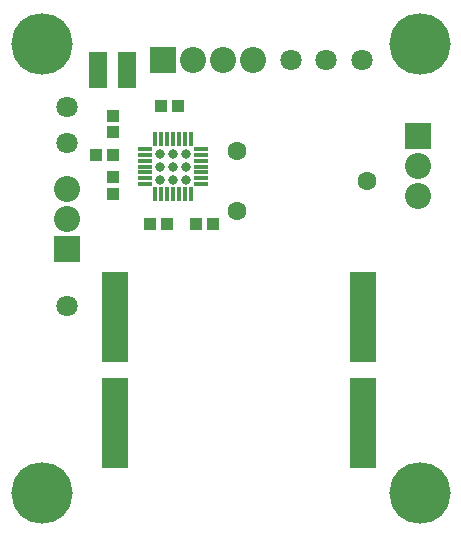
<source format=gts>
G04 Layer_Color=8388736*
%FSLAX44Y44*%
%MOMM*%
G71*
G01*
G75*
%ADD34R,2.2032X7.6032*%
%ADD35R,1.0532X1.0532*%
%ADD36R,1.0532X1.0532*%
%ADD37R,1.2032X0.4532*%
%ADD38R,0.4532X1.2032*%
%ADD39R,1.5500X3.1500*%
%ADD40C,5.2032*%
%ADD41C,1.8032*%
%ADD42C,1.6032*%
%ADD43C,2.2032*%
%ADD44R,2.2032X2.2032*%
%ADD45R,2.2032X2.2032*%
%ADD46C,0.8032*%
D34*
X102000Y99000D02*
D03*
X312000D02*
D03*
X102000Y188750D02*
D03*
X312000D02*
D03*
D35*
X132000Y267000D02*
D03*
X146000D02*
D03*
X185000D02*
D03*
X171000D02*
D03*
X141000Y367250D02*
D03*
X155000D02*
D03*
X100001Y326001D02*
D03*
X86001D02*
D03*
D36*
X100000Y293000D02*
D03*
Y307000D02*
D03*
Y359000D02*
D03*
Y345000D02*
D03*
D37*
X127500Y331000D02*
D03*
Y326000D02*
D03*
Y321000D02*
D03*
Y316000D02*
D03*
Y311000D02*
D03*
Y306000D02*
D03*
Y301000D02*
D03*
X174500D02*
D03*
Y306000D02*
D03*
Y311000D02*
D03*
Y316000D02*
D03*
Y321000D02*
D03*
Y326000D02*
D03*
Y331000D02*
D03*
D38*
X136000Y292500D02*
D03*
X141000D02*
D03*
X146000D02*
D03*
X151000D02*
D03*
X156000D02*
D03*
X161000D02*
D03*
X166000D02*
D03*
Y339500D02*
D03*
X161000D02*
D03*
X156000D02*
D03*
X151000D02*
D03*
X146000D02*
D03*
X141000D02*
D03*
X136000D02*
D03*
D39*
X112000Y398000D02*
D03*
X88000D02*
D03*
D40*
X360000Y40000D02*
D03*
X40000D02*
D03*
X360000Y420000D02*
D03*
X40000D02*
D03*
D41*
X311000Y406000D02*
D03*
X61000Y366000D02*
D03*
X281000Y406000D02*
D03*
X61000Y336000D02*
D03*
Y198000D02*
D03*
X251000Y406000D02*
D03*
D42*
X315250Y303750D02*
D03*
X205250Y328750D02*
D03*
Y278750D02*
D03*
D43*
X193700Y406000D02*
D03*
X168300D02*
D03*
X219100D02*
D03*
X61000Y271400D02*
D03*
Y296800D02*
D03*
X359000Y291450D02*
D03*
Y316850D02*
D03*
D44*
X142900Y406000D02*
D03*
D45*
X61000Y246000D02*
D03*
X359000Y342250D02*
D03*
D46*
X151000Y316000D02*
D03*
X162000D02*
D03*
Y305000D02*
D03*
X151000D02*
D03*
X140000D02*
D03*
Y316000D02*
D03*
Y327000D02*
D03*
X151000D02*
D03*
X162000D02*
D03*
M02*

</source>
